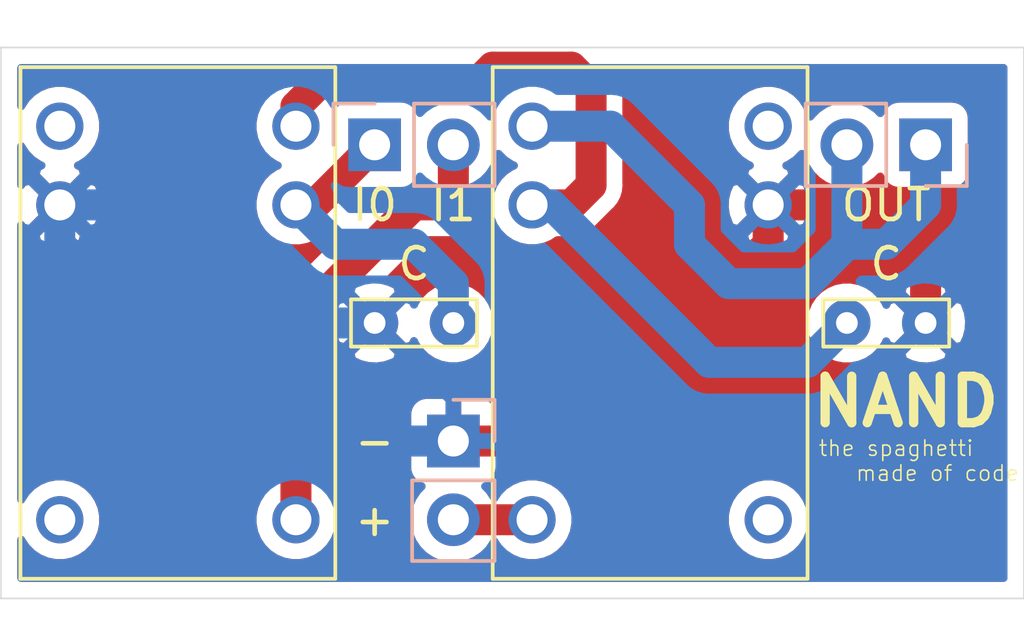
<source format=kicad_pcb>
(kicad_pcb (version 20171130) (host pcbnew "(5.1.6)-1")

  (general
    (thickness 1.6)
    (drawings 13)
    (tracks 46)
    (zones 0)
    (modules 7)
    (nets 11)
  )

  (page A4)
  (layers
    (0 F.Cu signal)
    (31 B.Cu signal)
    (32 B.Adhes user)
    (33 F.Adhes user)
    (34 B.Paste user)
    (35 F.Paste user)
    (36 B.SilkS user)
    (37 F.SilkS user)
    (38 B.Mask user)
    (39 F.Mask user)
    (40 Dwgs.User user)
    (41 Cmts.User user)
    (42 Eco1.User user)
    (43 Eco2.User user)
    (44 Edge.Cuts user)
    (45 Margin user)
    (46 B.CrtYd user)
    (47 F.CrtYd user)
    (48 B.Fab user)
    (49 F.Fab user)
  )

  (setup
    (last_trace_width 0.25)
    (user_trace_width 1)
    (trace_clearance 0.2)
    (zone_clearance 0.508)
    (zone_45_only no)
    (trace_min 0.2)
    (via_size 0.8)
    (via_drill 0.4)
    (via_min_size 0.4)
    (via_min_drill 0.3)
    (uvia_size 0.3)
    (uvia_drill 0.1)
    (uvias_allowed no)
    (uvia_min_size 0.2)
    (uvia_min_drill 0.1)
    (edge_width 0.05)
    (segment_width 0.2)
    (pcb_text_width 0.3)
    (pcb_text_size 1.5 1.5)
    (mod_edge_width 0.12)
    (mod_text_size 1 1)
    (mod_text_width 0.15)
    (pad_size 1.524 1.524)
    (pad_drill 0.762)
    (pad_to_mask_clearance 0.05)
    (aux_axis_origin 0 0)
    (visible_elements 7FFFFFFF)
    (pcbplotparams
      (layerselection 0x010fc_ffffffff)
      (usegerberextensions false)
      (usegerberattributes true)
      (usegerberadvancedattributes true)
      (creategerberjobfile true)
      (excludeedgelayer true)
      (linewidth 0.100000)
      (plotframeref false)
      (viasonmask false)
      (mode 1)
      (useauxorigin false)
      (hpglpennumber 1)
      (hpglpenspeed 20)
      (hpglpendiameter 15.000000)
      (psnegative false)
      (psa4output false)
      (plotreference true)
      (plotvalue true)
      (plotinvisibletext false)
      (padsonsilk false)
      (subtractmaskfromsilk false)
      (outputformat 1)
      (mirror false)
      (drillshape 1)
      (scaleselection 1)
      (outputdirectory ""))
  )

  (net 0 "")
  (net 1 "Net-(C1-Pad1)")
  (net 2 "Net-(C2-Pad2)")
  (net 3 "Net-(J1-Pad2)")
  (net 4 "Net-(J3-Pad1)")
  (net 5 "Net-(SPDT1-Pad5)")
  (net 6 "Net-(SPDT1-Pad1)")
  (net 7 "Net-(SPDT2-Pad2)")
  (net 8 "Net-(SPDT2-Pad6)")
  (net 9 GND)
  (net 10 +24V)

  (net_class Default "This is the default net class."
    (clearance 0.2)
    (trace_width 0.25)
    (via_dia 0.8)
    (via_drill 0.4)
    (uvia_dia 0.3)
    (uvia_drill 0.1)
    (add_net +24V)
    (add_net GND)
    (add_net "Net-(C1-Pad1)")
    (add_net "Net-(C2-Pad2)")
    (add_net "Net-(J1-Pad2)")
    (add_net "Net-(J3-Pad1)")
    (add_net "Net-(SPDT1-Pad1)")
    (add_net "Net-(SPDT1-Pad5)")
    (add_net "Net-(SPDT2-Pad2)")
    (add_net "Net-(SPDT2-Pad6)")
  )

  (module MiyakeFootprintLib:Condensor (layer F.Cu) (tedit 5ED1E7C6) (tstamp 5ED6883B)
    (at 106.68 54.61 180)
    (path /5ED92B44)
    (fp_text reference C1 (at 1.27 3.04) (layer F.Fab)
      (effects (font (size 1 1) (thickness 0.15)))
    )
    (fp_text value C (at 1.27 2.04) (layer F.Fab)
      (effects (font (size 1 1) (thickness 0.15)))
    )
    (fp_line (start -0.762 0.762) (end -0.762 -0.762) (layer F.SilkS) (width 0.12))
    (fp_line (start 3.302 0.762) (end -0.762 0.762) (layer F.SilkS) (width 0.12))
    (fp_line (start 3.302 -0.762) (end 3.302 0.762) (layer F.SilkS) (width 0.12))
    (fp_line (start -0.762 -0.762) (end 3.302 -0.762) (layer F.SilkS) (width 0.12))
    (pad 2 thru_hole circle (at 2.54 0 180) (size 1.524 1.524) (drill 0.7) (layers *.Cu *.Mask)
      (net 9 GND))
    (pad 1 thru_hole circle (at 0 0 180) (size 1.524 1.524) (drill 0.7) (layers *.Cu *.Mask)
      (net 1 "Net-(C1-Pad1)"))
  )

  (module MiyakeFootprintLib:Condensor (layer F.Cu) (tedit 5ED1E7C6) (tstamp 5ED68845)
    (at 121.92 54.61 180)
    (path /5ED9244B)
    (fp_text reference C2 (at 1.27 3.04) (layer F.Fab)
      (effects (font (size 1 1) (thickness 0.15)))
    )
    (fp_text value C (at 1.27 2.04) (layer F.Fab)
      (effects (font (size 1 1) (thickness 0.15)))
    )
    (fp_line (start -0.762 -0.762) (end 3.302 -0.762) (layer F.SilkS) (width 0.12))
    (fp_line (start 3.302 -0.762) (end 3.302 0.762) (layer F.SilkS) (width 0.12))
    (fp_line (start 3.302 0.762) (end -0.762 0.762) (layer F.SilkS) (width 0.12))
    (fp_line (start -0.762 0.762) (end -0.762 -0.762) (layer F.SilkS) (width 0.12))
    (pad 1 thru_hole circle (at 0 0 180) (size 1.524 1.524) (drill 0.7) (layers *.Cu *.Mask)
      (net 9 GND))
    (pad 2 thru_hole circle (at 2.54 0 180) (size 1.524 1.524) (drill 0.7) (layers *.Cu *.Mask)
      (net 2 "Net-(C2-Pad2)"))
  )

  (module Connector_PinHeader_2.54mm:PinHeader_1x02_P2.54mm_Vertical (layer B.Cu) (tedit 59FED5CC) (tstamp 5ED6885B)
    (at 104.14 48.86 270)
    (descr "Through hole straight pin header, 1x02, 2.54mm pitch, single row")
    (tags "Through hole pin header THT 1x02 2.54mm single row")
    (path /5ED8DDA6)
    (fp_text reference J1 (at 0 2.33 90) (layer B.Fab)
      (effects (font (size 1 1) (thickness 0.15)) (justify mirror))
    )
    (fp_text value Conn_01x02 (at 0 -4.87 90) (layer B.Fab)
      (effects (font (size 1 1) (thickness 0.15)) (justify mirror))
    )
    (fp_line (start -0.635 1.27) (end 1.27 1.27) (layer B.Fab) (width 0.1))
    (fp_line (start 1.27 1.27) (end 1.27 -3.81) (layer B.Fab) (width 0.1))
    (fp_line (start 1.27 -3.81) (end -1.27 -3.81) (layer B.Fab) (width 0.1))
    (fp_line (start -1.27 -3.81) (end -1.27 0.635) (layer B.Fab) (width 0.1))
    (fp_line (start -1.27 0.635) (end -0.635 1.27) (layer B.Fab) (width 0.1))
    (fp_line (start -1.33 -3.87) (end 1.33 -3.87) (layer B.SilkS) (width 0.12))
    (fp_line (start -1.33 -1.27) (end -1.33 -3.87) (layer B.SilkS) (width 0.12))
    (fp_line (start 1.33 -1.27) (end 1.33 -3.87) (layer B.SilkS) (width 0.12))
    (fp_line (start -1.33 -1.27) (end 1.33 -1.27) (layer B.SilkS) (width 0.12))
    (fp_line (start -1.33 0) (end -1.33 1.33) (layer B.SilkS) (width 0.12))
    (fp_line (start -1.33 1.33) (end 0 1.33) (layer B.SilkS) (width 0.12))
    (fp_line (start -1.8 1.8) (end -1.8 -4.35) (layer B.CrtYd) (width 0.05))
    (fp_line (start -1.8 -4.35) (end 1.8 -4.35) (layer B.CrtYd) (width 0.05))
    (fp_line (start 1.8 -4.35) (end 1.8 1.8) (layer B.CrtYd) (width 0.05))
    (fp_line (start 1.8 1.8) (end -1.8 1.8) (layer B.CrtYd) (width 0.05))
    (fp_text user %R (at 0 -1.27 180) (layer B.Fab)
      (effects (font (size 1 1) (thickness 0.15)) (justify mirror))
    )
    (pad 1 thru_hole rect (at 0 0 270) (size 1.7 1.7) (drill 1) (layers *.Cu *.Mask)
      (net 1 "Net-(C1-Pad1)"))
    (pad 2 thru_hole oval (at 0 -2.54 270) (size 1.7 1.7) (drill 1) (layers *.Cu *.Mask)
      (net 3 "Net-(J1-Pad2)"))
    (model ${KISYS3DMOD}/Connector_PinHeader_2.54mm.3dshapes/PinHeader_1x02_P2.54mm_Vertical.wrl
      (at (xyz 0 0 0))
      (scale (xyz 1 1 1))
      (rotate (xyz 0 0 0))
    )
  )

  (module Connector_PinHeader_2.54mm:PinHeader_1x02_P2.54mm_Vertical (layer B.Cu) (tedit 59FED5CC) (tstamp 5ED68871)
    (at 106.68 58.42 180)
    (descr "Through hole straight pin header, 1x02, 2.54mm pitch, single row")
    (tags "Through hole pin header THT 1x02 2.54mm single row")
    (path /5ED8FB42)
    (fp_text reference J2 (at 0 2.33) (layer B.Fab)
      (effects (font (size 1 1) (thickness 0.15)) (justify mirror))
    )
    (fp_text value Conn_01x02 (at 0 -4.87) (layer B.Fab)
      (effects (font (size 1 1) (thickness 0.15)) (justify mirror))
    )
    (fp_line (start -0.635 1.27) (end 1.27 1.27) (layer B.Fab) (width 0.1))
    (fp_line (start 1.27 1.27) (end 1.27 -3.81) (layer B.Fab) (width 0.1))
    (fp_line (start 1.27 -3.81) (end -1.27 -3.81) (layer B.Fab) (width 0.1))
    (fp_line (start -1.27 -3.81) (end -1.27 0.635) (layer B.Fab) (width 0.1))
    (fp_line (start -1.27 0.635) (end -0.635 1.27) (layer B.Fab) (width 0.1))
    (fp_line (start -1.33 -3.87) (end 1.33 -3.87) (layer B.SilkS) (width 0.12))
    (fp_line (start -1.33 -1.27) (end -1.33 -3.87) (layer B.SilkS) (width 0.12))
    (fp_line (start 1.33 -1.27) (end 1.33 -3.87) (layer B.SilkS) (width 0.12))
    (fp_line (start -1.33 -1.27) (end 1.33 -1.27) (layer B.SilkS) (width 0.12))
    (fp_line (start -1.33 0) (end -1.33 1.33) (layer B.SilkS) (width 0.12))
    (fp_line (start -1.33 1.33) (end 0 1.33) (layer B.SilkS) (width 0.12))
    (fp_line (start -1.8 1.8) (end -1.8 -4.35) (layer B.CrtYd) (width 0.05))
    (fp_line (start -1.8 -4.35) (end 1.8 -4.35) (layer B.CrtYd) (width 0.05))
    (fp_line (start 1.8 -4.35) (end 1.8 1.8) (layer B.CrtYd) (width 0.05))
    (fp_line (start 1.8 1.8) (end -1.8 1.8) (layer B.CrtYd) (width 0.05))
    (fp_text user %R (at 0 -1.27 270) (layer B.Fab)
      (effects (font (size 1 1) (thickness 0.15)) (justify mirror))
    )
    (pad 1 thru_hole rect (at 0 0 180) (size 1.7 1.7) (drill 1) (layers *.Cu *.Mask)
      (net 9 GND))
    (pad 2 thru_hole oval (at 0 -2.54 180) (size 1.7 1.7) (drill 1) (layers *.Cu *.Mask)
      (net 10 +24V))
    (model ${KISYS3DMOD}/Connector_PinHeader_2.54mm.3dshapes/PinHeader_1x02_P2.54mm_Vertical.wrl
      (at (xyz 0 0 0))
      (scale (xyz 1 1 1))
      (rotate (xyz 0 0 0))
    )
  )

  (module Connector_PinHeader_2.54mm:PinHeader_1x02_P2.54mm_Vertical (layer B.Cu) (tedit 59FED5CC) (tstamp 5ED68887)
    (at 121.92 48.86 90)
    (descr "Through hole straight pin header, 1x02, 2.54mm pitch, single row")
    (tags "Through hole pin header THT 1x02 2.54mm single row")
    (path /5ED8EE55)
    (fp_text reference J3 (at 0 2.33 90) (layer B.Fab)
      (effects (font (size 1 1) (thickness 0.15)) (justify mirror))
    )
    (fp_text value Conn_01x02 (at 0 -4.87 90) (layer B.Fab)
      (effects (font (size 1 1) (thickness 0.15)) (justify mirror))
    )
    (fp_line (start 1.8 1.8) (end -1.8 1.8) (layer B.CrtYd) (width 0.05))
    (fp_line (start 1.8 -4.35) (end 1.8 1.8) (layer B.CrtYd) (width 0.05))
    (fp_line (start -1.8 -4.35) (end 1.8 -4.35) (layer B.CrtYd) (width 0.05))
    (fp_line (start -1.8 1.8) (end -1.8 -4.35) (layer B.CrtYd) (width 0.05))
    (fp_line (start -1.33 1.33) (end 0 1.33) (layer B.SilkS) (width 0.12))
    (fp_line (start -1.33 0) (end -1.33 1.33) (layer B.SilkS) (width 0.12))
    (fp_line (start -1.33 -1.27) (end 1.33 -1.27) (layer B.SilkS) (width 0.12))
    (fp_line (start 1.33 -1.27) (end 1.33 -3.87) (layer B.SilkS) (width 0.12))
    (fp_line (start -1.33 -1.27) (end -1.33 -3.87) (layer B.SilkS) (width 0.12))
    (fp_line (start -1.33 -3.87) (end 1.33 -3.87) (layer B.SilkS) (width 0.12))
    (fp_line (start -1.27 0.635) (end -0.635 1.27) (layer B.Fab) (width 0.1))
    (fp_line (start -1.27 -3.81) (end -1.27 0.635) (layer B.Fab) (width 0.1))
    (fp_line (start 1.27 -3.81) (end -1.27 -3.81) (layer B.Fab) (width 0.1))
    (fp_line (start 1.27 1.27) (end 1.27 -3.81) (layer B.Fab) (width 0.1))
    (fp_line (start -0.635 1.27) (end 1.27 1.27) (layer B.Fab) (width 0.1))
    (fp_text user %R (at 0 -1.27 180) (layer B.Fab)
      (effects (font (size 1 1) (thickness 0.15)) (justify mirror))
    )
    (pad 2 thru_hole oval (at 0 -2.54 90) (size 1.7 1.7) (drill 1) (layers *.Cu *.Mask)
      (net 4 "Net-(J3-Pad1)"))
    (pad 1 thru_hole rect (at 0 0 90) (size 1.7 1.7) (drill 1) (layers *.Cu *.Mask)
      (net 4 "Net-(J3-Pad1)"))
    (model ${KISYS3DMOD}/Connector_PinHeader_2.54mm.3dshapes/PinHeader_1x02_P2.54mm_Vertical.wrl
      (at (xyz 0 0 0))
      (scale (xyz 1 1 1))
      (rotate (xyz 0 0 0))
    )
  )

  (module MiyakeFootprintLib:946H-1C-24D (layer F.Cu) (tedit 5ED07678) (tstamp 5ED68895)
    (at 99.06 53.34)
    (path /5ED8B7A7)
    (fp_text reference SPDT1 (at -2.54 0.635 -90) (layer F.Fab)
      (effects (font (size 1 1) (thickness 0.15)))
    )
    (fp_text value 946H-1C-24D (at -0.635 0.635 -90) (layer F.Fab)
      (effects (font (size 1 1) (thickness 0.15)))
    )
    (fp_line (start -6.35 9.525) (end -6.35 -6.985) (layer F.SilkS) (width 0.12))
    (fp_line (start 3.81 9.525) (end -6.35 9.525) (layer F.SilkS) (width 0.12))
    (fp_line (start 3.81 -6.985) (end 3.81 9.525) (layer F.SilkS) (width 0.12))
    (fp_line (start -6.35 -6.985) (end 3.81 -6.985) (layer F.SilkS) (width 0.12))
    (pad 6 thru_hole circle (at 2.54 7.62) (size 1.524 1.524) (drill 1) (layers *.Cu *.Mask)
      (net 3 "Net-(J1-Pad2)"))
    (pad 5 thru_hole circle (at -5.08 7.62) (size 1.524 1.524) (drill 1) (layers *.Cu *.Mask)
      (net 5 "Net-(SPDT1-Pad5)"))
    (pad 4 thru_hole circle (at -5.08 -2.54) (size 1.524 1.524) (drill 1) (layers *.Cu *.Mask)
      (net 9 GND))
    (pad 3 thru_hole circle (at 2.54 -2.54) (size 1.524 1.524) (drill 1) (layers *.Cu *.Mask)
      (net 1 "Net-(C1-Pad1)"))
    (pad 2 thru_hole circle (at 2.54 -5.08) (size 1.524 1.524) (drill 1) (layers *.Cu *.Mask)
      (net 2 "Net-(C2-Pad2)"))
    (pad 1 thru_hole circle (at -5.08 -5.08) (size 1.524 1.524) (drill 1) (layers *.Cu *.Mask)
      (net 6 "Net-(SPDT1-Pad1)"))
  )

  (module MiyakeFootprintLib:946H-1C-24D (layer F.Cu) (tedit 5ED07678) (tstamp 5ED688A3)
    (at 114.3 53.34)
    (path /5ED8BE6F)
    (fp_text reference SPDT2 (at -2.54 0.635 -90) (layer F.Fab)
      (effects (font (size 1 1) (thickness 0.15)))
    )
    (fp_text value 946H-1C-24D (at -0.635 0.635 -90) (layer F.Fab)
      (effects (font (size 1 1) (thickness 0.15)))
    )
    (fp_line (start -6.35 -6.985) (end 3.81 -6.985) (layer F.SilkS) (width 0.12))
    (fp_line (start 3.81 -6.985) (end 3.81 9.525) (layer F.SilkS) (width 0.12))
    (fp_line (start 3.81 9.525) (end -6.35 9.525) (layer F.SilkS) (width 0.12))
    (fp_line (start -6.35 9.525) (end -6.35 -6.985) (layer F.SilkS) (width 0.12))
    (pad 1 thru_hole circle (at -5.08 -5.08) (size 1.524 1.524) (drill 1) (layers *.Cu *.Mask)
      (net 4 "Net-(J3-Pad1)"))
    (pad 2 thru_hole circle (at 2.54 -5.08) (size 1.524 1.524) (drill 1) (layers *.Cu *.Mask)
      (net 7 "Net-(SPDT2-Pad2)"))
    (pad 3 thru_hole circle (at 2.54 -2.54) (size 1.524 1.524) (drill 1) (layers *.Cu *.Mask)
      (net 9 GND))
    (pad 4 thru_hole circle (at -5.08 -2.54) (size 1.524 1.524) (drill 1) (layers *.Cu *.Mask)
      (net 2 "Net-(C2-Pad2)"))
    (pad 5 thru_hole circle (at -5.08 7.62) (size 1.524 1.524) (drill 1) (layers *.Cu *.Mask)
      (net 10 +24V))
    (pad 6 thru_hole circle (at 2.54 7.62) (size 1.524 1.524) (drill 1) (layers *.Cu *.Mask)
      (net 8 "Net-(SPDT2-Pad6)"))
  )

  (gr_line (start 92.075 63.5) (end 92.075 45.72) (layer Edge.Cuts) (width 0.05) (tstamp 5ED68FC0))
  (gr_line (start 125.095 63.5) (end 92.075 63.5) (layer Edge.Cuts) (width 0.05))
  (gr_line (start 125.095 45.72) (end 125.095 63.5) (layer Edge.Cuts) (width 0.05))
  (gr_line (start 92.075 45.72) (end 125.095 45.72) (layer Edge.Cuts) (width 0.05))
  (gr_text + (at 104.14 60.96) (layer F.SilkS)
    (effects (font (size 1 1) (thickness 0.15)))
  )
  (gr_text - (at 104.14 58.42) (layer F.SilkS)
    (effects (font (size 1 1) (thickness 0.15)))
  )
  (gr_text OUT (at 120.65 50.8) (layer F.SilkS)
    (effects (font (size 1 1) (thickness 0.15)))
  )
  (gr_text C (at 120.65 52.705) (layer F.SilkS)
    (effects (font (size 1 1) (thickness 0.15)))
  )
  (gr_text C (at 105.41 52.705) (layer F.SilkS)
    (effects (font (size 1 1) (thickness 0.15)))
  )
  (gr_text I1 (at 106.68 50.8) (layer F.SilkS)
    (effects (font (size 1 1) (thickness 0.15)))
  )
  (gr_text I0 (at 104.14 50.8) (layer F.SilkS)
    (effects (font (size 1 1) (thickness 0.15)))
  )
  (gr_text "the spaghetti \n      made of code" (at 121.158 59.055) (layer F.SilkS)
    (effects (font (size 0.5 0.5) (thickness 0.05)))
  )
  (gr_text NAND (at 121.285 57.15) (layer F.SilkS)
    (effects (font (size 1.5 1.5) (thickness 0.3)))
  )

  (segment (start 102.2 50.8) (end 104.14 48.86) (width 1) (layer F.Cu) (net 1))
  (segment (start 101.6 50.8) (end 102.2 50.8) (width 1) (layer F.Cu) (net 1))
  (segment (start 106.68 54.61) (end 106.68 53.34) (width 1) (layer B.Cu) (net 1))
  (segment (start 106.68 53.34) (end 105.41 52.07) (width 1) (layer B.Cu) (net 1))
  (segment (start 102.87 52.07) (end 101.6 50.8) (width 1) (layer B.Cu) (net 1))
  (segment (start 105.41 52.07) (end 102.87 52.07) (width 1) (layer B.Cu) (net 1))
  (segment (start 119.38 54.61) (end 118.11 55.88) (width 1) (layer B.Cu) (net 2))
  (segment (start 118.11 55.88) (end 114.935 55.88) (width 1) (layer B.Cu) (net 2))
  (segment (start 109.855 50.8) (end 109.22 50.8) (width 1) (layer B.Cu) (net 2))
  (segment (start 114.935 55.88) (end 109.855 50.8) (width 1) (layer B.Cu) (net 2))
  (segment (start 101.6 48.26) (end 101.6 47.625) (width 1) (layer F.Cu) (net 2))
  (segment (start 102.427001 46.797999) (end 107.507001 46.797999) (width 1) (layer F.Cu) (net 2))
  (segment (start 101.6 47.625) (end 102.427001 46.797999) (width 1) (layer F.Cu) (net 2))
  (segment (start 107.507001 46.797999) (end 107.95 46.355) (width 1) (layer F.Cu) (net 2))
  (segment (start 107.95 46.355) (end 110.49 46.355) (width 1) (layer F.Cu) (net 2))
  (segment (start 110.49 46.355) (end 111.125 46.99) (width 1) (layer F.Cu) (net 2))
  (segment (start 111.125 46.99) (end 111.125 50.165) (width 1) (layer F.Cu) (net 2))
  (segment (start 111.125 50.165) (end 110.49 50.8) (width 1) (layer F.Cu) (net 2))
  (segment (start 110.49 50.8) (end 109.22 50.8) (width 1) (layer F.Cu) (net 2))
  (segment (start 101.6 54.61) (end 101.6 60.96) (width 1) (layer F.Cu) (net 3))
  (segment (start 105.41 50.8) (end 101.6 54.61) (width 1) (layer F.Cu) (net 3))
  (segment (start 106.68 48.86) (end 106.68 50.8) (width 1) (layer F.Cu) (net 3))
  (segment (start 106.68 50.8) (end 105.41 50.8) (width 1) (layer F.Cu) (net 3))
  (segment (start 109.22 48.26) (end 111.76 48.26) (width 1) (layer B.Cu) (net 4))
  (segment (start 111.76 48.26) (end 114.3 50.8) (width 1) (layer B.Cu) (net 4))
  (segment (start 114.3 50.8) (end 114.3 52.07) (width 1) (layer B.Cu) (net 4))
  (segment (start 114.3 52.07) (end 115.57 53.34) (width 1) (layer B.Cu) (net 4))
  (segment (start 115.57 53.34) (end 118.11 53.34) (width 1) (layer B.Cu) (net 4))
  (segment (start 119.38 52.07) (end 119.38 48.86) (width 1) (layer B.Cu) (net 4))
  (segment (start 118.11 53.34) (end 119.38 52.07) (width 1) (layer B.Cu) (net 4))
  (segment (start 119.38 52.07) (end 120.65 52.07) (width 1) (layer B.Cu) (net 4))
  (segment (start 121.92 50.8) (end 121.92 48.86) (width 1) (layer B.Cu) (net 4))
  (segment (start 120.65 52.07) (end 121.92 50.8) (width 1) (layer B.Cu) (net 4))
  (segment (start 106.68 58.42) (end 110.49 58.42) (width 1) (layer F.Cu) (net 9))
  (segment (start 116.84 52.07) (end 116.84 50.8) (width 1) (layer F.Cu) (net 9))
  (segment (start 110.49 58.42) (end 116.84 52.07) (width 1) (layer F.Cu) (net 9))
  (segment (start 106.68 58.42) (end 100.33 58.42) (width 1) (layer B.Cu) (net 9))
  (segment (start 93.98 52.07) (end 93.98 50.8) (width 1) (layer B.Cu) (net 9))
  (segment (start 100.33 58.42) (end 93.98 52.07) (width 1) (layer B.Cu) (net 9))
  (segment (start 121.92 54.61) (end 121.92 51.435) (width 1) (layer F.Cu) (net 9))
  (segment (start 121.285 50.8) (end 116.84 50.8) (width 1) (layer F.Cu) (net 9))
  (segment (start 121.92 51.435) (end 121.285 50.8) (width 1) (layer F.Cu) (net 9))
  (segment (start 104.14 54.61) (end 99.695 54.61) (width 1) (layer B.Cu) (net 9))
  (segment (start 95.885 50.8) (end 93.98 50.8) (width 1) (layer B.Cu) (net 9))
  (segment (start 99.695 54.61) (end 95.885 50.8) (width 1) (layer B.Cu) (net 9))
  (segment (start 106.68 60.96) (end 109.22 60.96) (width 1) (layer F.Cu) (net 10))

  (zone (net 9) (net_name GND) (layer F.Cu) (tstamp 0) (hatch edge 0.508)
    (connect_pads (clearance 0.508))
    (min_thickness 0.254)
    (fill yes (arc_segments 32) (thermal_gap 0.508) (thermal_bridge_width 0.508))
    (polygon
      (pts
        (xy 125.095 63.5) (xy 92.075 63.5) (xy 92.075 45.72) (xy 125.095 45.72)
      )
    )
    (filled_polygon
      (pts
        (xy 100.83686 46.783009) (xy 100.793552 46.818551) (xy 100.651717 46.991377) (xy 100.546324 47.188553) (xy 100.481423 47.402501)
        (xy 100.479455 47.422482) (xy 100.361995 47.598273) (xy 100.256686 47.85251) (xy 100.203 48.122408) (xy 100.203 48.397592)
        (xy 100.256686 48.66749) (xy 100.361995 48.921727) (xy 100.51488 49.150535) (xy 100.709465 49.34512) (xy 100.938273 49.498005)
        (xy 101.015515 49.53) (xy 100.938273 49.561995) (xy 100.709465 49.71488) (xy 100.51488 49.909465) (xy 100.361995 50.138273)
        (xy 100.256686 50.39251) (xy 100.203 50.662408) (xy 100.203 50.937592) (xy 100.256686 51.20749) (xy 100.361995 51.461727)
        (xy 100.51488 51.690535) (xy 100.709465 51.88512) (xy 100.938273 52.038005) (xy 101.19251 52.143314) (xy 101.462408 52.197)
        (xy 101.737592 52.197) (xy 102.00749 52.143314) (xy 102.261727 52.038005) (xy 102.4554 51.908596) (xy 102.636447 51.853676)
        (xy 102.833623 51.748284) (xy 102.961668 51.6432) (xy 100.836865 53.768004) (xy 100.793551 53.803551) (xy 100.651716 53.976377)
        (xy 100.564233 54.140048) (xy 100.546324 54.173554) (xy 100.481423 54.387502) (xy 100.459509 54.61) (xy 100.465 54.665752)
        (xy 100.465001 60.144114) (xy 100.361995 60.298273) (xy 100.256686 60.55251) (xy 100.203 60.822408) (xy 100.203 61.097592)
        (xy 100.256686 61.36749) (xy 100.361995 61.621727) (xy 100.51488 61.850535) (xy 100.709465 62.04512) (xy 100.938273 62.198005)
        (xy 101.19251 62.303314) (xy 101.462408 62.357) (xy 101.737592 62.357) (xy 102.00749 62.303314) (xy 102.261727 62.198005)
        (xy 102.490535 62.04512) (xy 102.68512 61.850535) (xy 102.838005 61.621727) (xy 102.943314 61.36749) (xy 102.997 61.097592)
        (xy 102.997 60.822408) (xy 102.943314 60.55251) (xy 102.838005 60.298273) (xy 102.735 60.144116) (xy 102.735 59.27)
        (xy 105.191928 59.27) (xy 105.204188 59.394482) (xy 105.240498 59.51418) (xy 105.299463 59.624494) (xy 105.378815 59.721185)
        (xy 105.475506 59.800537) (xy 105.58582 59.859502) (xy 105.65838 59.881513) (xy 105.526525 60.013368) (xy 105.36401 60.256589)
        (xy 105.252068 60.526842) (xy 105.195 60.81374) (xy 105.195 61.10626) (xy 105.252068 61.393158) (xy 105.36401 61.663411)
        (xy 105.526525 61.906632) (xy 105.733368 62.113475) (xy 105.976589 62.27599) (xy 106.246842 62.387932) (xy 106.53374 62.445)
        (xy 106.82626 62.445) (xy 107.113158 62.387932) (xy 107.383411 62.27599) (xy 107.626632 62.113475) (xy 107.645107 62.095)
        (xy 108.404116 62.095) (xy 108.558273 62.198005) (xy 108.81251 62.303314) (xy 109.082408 62.357) (xy 109.357592 62.357)
        (xy 109.62749 62.303314) (xy 109.881727 62.198005) (xy 110.110535 62.04512) (xy 110.30512 61.850535) (xy 110.458005 61.621727)
        (xy 110.563314 61.36749) (xy 110.617 61.097592) (xy 110.617 60.822408) (xy 115.443 60.822408) (xy 115.443 61.097592)
        (xy 115.496686 61.36749) (xy 115.601995 61.621727) (xy 115.75488 61.850535) (xy 115.949465 62.04512) (xy 116.178273 62.198005)
        (xy 116.43251 62.303314) (xy 116.702408 62.357) (xy 116.977592 62.357) (xy 117.24749 62.303314) (xy 117.501727 62.198005)
        (xy 117.730535 62.04512) (xy 117.92512 61.850535) (xy 118.078005 61.621727) (xy 118.183314 61.36749) (xy 118.237 61.097592)
        (xy 118.237 60.822408) (xy 118.183314 60.55251) (xy 118.078005 60.298273) (xy 117.92512 60.069465) (xy 117.730535 59.87488)
        (xy 117.501727 59.721995) (xy 117.24749 59.616686) (xy 116.977592 59.563) (xy 116.702408 59.563) (xy 116.43251 59.616686)
        (xy 116.178273 59.721995) (xy 115.949465 59.87488) (xy 115.75488 60.069465) (xy 115.601995 60.298273) (xy 115.496686 60.55251)
        (xy 115.443 60.822408) (xy 110.617 60.822408) (xy 110.563314 60.55251) (xy 110.458005 60.298273) (xy 110.30512 60.069465)
        (xy 110.110535 59.87488) (xy 109.881727 59.721995) (xy 109.62749 59.616686) (xy 109.357592 59.563) (xy 109.082408 59.563)
        (xy 108.81251 59.616686) (xy 108.558273 59.721995) (xy 108.404116 59.825) (xy 107.838728 59.825) (xy 107.884494 59.800537)
        (xy 107.981185 59.721185) (xy 108.060537 59.624494) (xy 108.119502 59.51418) (xy 108.155812 59.394482) (xy 108.168072 59.27)
        (xy 108.165 58.70575) (xy 108.00625 58.547) (xy 106.807 58.547) (xy 106.807 58.567) (xy 106.553 58.567)
        (xy 106.553 58.547) (xy 105.35375 58.547) (xy 105.195 58.70575) (xy 105.191928 59.27) (xy 102.735 59.27)
        (xy 102.735 57.57) (xy 105.191928 57.57) (xy 105.195 58.13425) (xy 105.35375 58.293) (xy 106.553 58.293)
        (xy 106.553 57.09375) (xy 106.807 57.09375) (xy 106.807 58.293) (xy 108.00625 58.293) (xy 108.165 58.13425)
        (xy 108.168072 57.57) (xy 108.155812 57.445518) (xy 108.119502 57.32582) (xy 108.060537 57.215506) (xy 107.981185 57.118815)
        (xy 107.884494 57.039463) (xy 107.77418 56.980498) (xy 107.654482 56.944188) (xy 107.53 56.931928) (xy 106.96575 56.935)
        (xy 106.807 57.09375) (xy 106.553 57.09375) (xy 106.39425 56.935) (xy 105.83 56.931928) (xy 105.705518 56.944188)
        (xy 105.58582 56.980498) (xy 105.475506 57.039463) (xy 105.378815 57.118815) (xy 105.299463 57.215506) (xy 105.240498 57.32582)
        (xy 105.204188 57.445518) (xy 105.191928 57.57) (xy 102.735 57.57) (xy 102.735 55.575565) (xy 103.35404 55.575565)
        (xy 103.42102 55.815656) (xy 103.670048 55.932756) (xy 103.937135 55.999023) (xy 104.212017 56.01191) (xy 104.484133 55.970922)
        (xy 104.743023 55.877636) (xy 104.85898 55.815656) (xy 104.92596 55.575565) (xy 104.14 54.789605) (xy 103.35404 55.575565)
        (xy 102.735 55.575565) (xy 102.735 55.080131) (xy 102.800777 55.014354) (xy 102.872364 55.213023) (xy 102.934344 55.32898)
        (xy 103.174435 55.39596) (xy 103.960395 54.61) (xy 104.319605 54.61) (xy 105.105565 55.39596) (xy 105.345656 55.32898)
        (xy 105.409485 55.19324) (xy 105.441995 55.271727) (xy 105.59488 55.500535) (xy 105.789465 55.69512) (xy 106.018273 55.848005)
        (xy 106.27251 55.953314) (xy 106.542408 56.007) (xy 106.817592 56.007) (xy 107.08749 55.953314) (xy 107.341727 55.848005)
        (xy 107.570535 55.69512) (xy 107.76512 55.500535) (xy 107.918005 55.271727) (xy 108.023314 55.01749) (xy 108.077 54.747592)
        (xy 108.077 54.472408) (xy 117.983 54.472408) (xy 117.983 54.747592) (xy 118.036686 55.01749) (xy 118.141995 55.271727)
        (xy 118.29488 55.500535) (xy 118.489465 55.69512) (xy 118.718273 55.848005) (xy 118.97251 55.953314) (xy 119.242408 56.007)
        (xy 119.517592 56.007) (xy 119.78749 55.953314) (xy 120.041727 55.848005) (xy 120.270535 55.69512) (xy 120.39009 55.575565)
        (xy 121.13404 55.575565) (xy 121.20102 55.815656) (xy 121.450048 55.932756) (xy 121.717135 55.999023) (xy 121.992017 56.01191)
        (xy 122.264133 55.970922) (xy 122.523023 55.877636) (xy 122.63898 55.815656) (xy 122.70596 55.575565) (xy 121.92 54.789605)
        (xy 121.13404 55.575565) (xy 120.39009 55.575565) (xy 120.46512 55.500535) (xy 120.618005 55.271727) (xy 120.647692 55.200057)
        (xy 120.652364 55.213023) (xy 120.714344 55.32898) (xy 120.954435 55.39596) (xy 121.740395 54.61) (xy 122.099605 54.61)
        (xy 122.885565 55.39596) (xy 123.125656 55.32898) (xy 123.242756 55.079952) (xy 123.309023 54.812865) (xy 123.32191 54.537983)
        (xy 123.280922 54.265867) (xy 123.187636 54.006977) (xy 123.125656 53.89102) (xy 122.885565 53.82404) (xy 122.099605 54.61)
        (xy 121.740395 54.61) (xy 120.954435 53.82404) (xy 120.714344 53.89102) (xy 120.650515 54.02676) (xy 120.618005 53.948273)
        (xy 120.46512 53.719465) (xy 120.39009 53.644435) (xy 121.13404 53.644435) (xy 121.92 54.430395) (xy 122.70596 53.644435)
        (xy 122.63898 53.404344) (xy 122.389952 53.287244) (xy 122.122865 53.220977) (xy 121.847983 53.20809) (xy 121.575867 53.249078)
        (xy 121.316977 53.342364) (xy 121.20102 53.404344) (xy 121.13404 53.644435) (xy 120.39009 53.644435) (xy 120.270535 53.52488)
        (xy 120.041727 53.371995) (xy 119.78749 53.266686) (xy 119.517592 53.213) (xy 119.242408 53.213) (xy 118.97251 53.266686)
        (xy 118.718273 53.371995) (xy 118.489465 53.52488) (xy 118.29488 53.719465) (xy 118.141995 53.948273) (xy 118.036686 54.20251)
        (xy 117.983 54.472408) (xy 108.077 54.472408) (xy 108.023314 54.20251) (xy 107.918005 53.948273) (xy 107.76512 53.719465)
        (xy 107.570535 53.52488) (xy 107.341727 53.371995) (xy 107.08749 53.266686) (xy 106.817592 53.213) (xy 106.542408 53.213)
        (xy 106.27251 53.266686) (xy 106.018273 53.371995) (xy 105.789465 53.52488) (xy 105.59488 53.719465) (xy 105.441995 53.948273)
        (xy 105.412308 54.019943) (xy 105.407636 54.006977) (xy 105.345656 53.89102) (xy 105.105565 53.82404) (xy 104.319605 54.61)
        (xy 103.960395 54.61) (xy 103.946253 54.595858) (xy 104.125858 54.416253) (xy 104.14 54.430395) (xy 104.92596 53.644435)
        (xy 104.85898 53.404344) (xy 104.609952 53.287244) (xy 104.544201 53.270931) (xy 105.880133 51.935) (xy 106.624249 51.935)
        (xy 106.68 51.940491) (xy 106.902499 51.918577) (xy 107.116447 51.853676) (xy 107.313623 51.748284) (xy 107.486449 51.606449)
        (xy 107.628284 51.433623) (xy 107.733676 51.236447) (xy 107.798577 51.022499) (xy 107.815 50.855752) (xy 107.820491 50.8)
        (xy 107.815 50.744248) (xy 107.815 49.825107) (xy 107.833475 49.806632) (xy 107.99599 49.563411) (xy 108.107932 49.293158)
        (xy 108.136066 49.151721) (xy 108.329465 49.34512) (xy 108.558273 49.498005) (xy 108.635515 49.53) (xy 108.558273 49.561995)
        (xy 108.329465 49.71488) (xy 108.13488 49.909465) (xy 107.981995 50.138273) (xy 107.876686 50.39251) (xy 107.823 50.662408)
        (xy 107.823 50.937592) (xy 107.876686 51.20749) (xy 107.981995 51.461727) (xy 108.13488 51.690535) (xy 108.329465 51.88512)
        (xy 108.558273 52.038005) (xy 108.81251 52.143314) (xy 109.082408 52.197) (xy 109.357592 52.197) (xy 109.62749 52.143314)
        (xy 109.881727 52.038005) (xy 110.035884 51.935) (xy 110.434249 51.935) (xy 110.49 51.940491) (xy 110.545751 51.935)
        (xy 110.545752 51.935) (xy 110.712499 51.918577) (xy 110.926447 51.853676) (xy 111.091292 51.765565) (xy 116.05404 51.765565)
        (xy 116.12102 52.005656) (xy 116.370048 52.122756) (xy 116.637135 52.189023) (xy 116.912017 52.20191) (xy 117.184133 52.160922)
        (xy 117.443023 52.067636) (xy 117.55898 52.005656) (xy 117.62596 51.765565) (xy 116.84 50.979605) (xy 116.05404 51.765565)
        (xy 111.091292 51.765565) (xy 111.123623 51.748284) (xy 111.296449 51.606449) (xy 111.331995 51.563136) (xy 111.88814 51.006992)
        (xy 111.931449 50.971449) (xy 112.01305 50.872017) (xy 115.43809 50.872017) (xy 115.479078 51.144133) (xy 115.572364 51.403023)
        (xy 115.634344 51.51898) (xy 115.874435 51.58596) (xy 116.660395 50.8) (xy 117.019605 50.8) (xy 117.805565 51.58596)
        (xy 118.045656 51.51898) (xy 118.162756 51.269952) (xy 118.229023 51.002865) (xy 118.24191 50.727983) (xy 118.200922 50.455867)
        (xy 118.107636 50.196977) (xy 118.045656 50.08102) (xy 117.805565 50.01404) (xy 117.019605 50.8) (xy 116.660395 50.8)
        (xy 115.874435 50.01404) (xy 115.634344 50.08102) (xy 115.517244 50.330048) (xy 115.450977 50.597135) (xy 115.43809 50.872017)
        (xy 112.01305 50.872017) (xy 112.073284 50.798623) (xy 112.178676 50.601447) (xy 112.243577 50.387499) (xy 112.26 50.220752)
        (xy 112.265491 50.165) (xy 112.26 50.109248) (xy 112.26 48.122408) (xy 115.443 48.122408) (xy 115.443 48.397592)
        (xy 115.496686 48.66749) (xy 115.601995 48.921727) (xy 115.75488 49.150535) (xy 115.949465 49.34512) (xy 116.178273 49.498005)
        (xy 116.249943 49.527692) (xy 116.236977 49.532364) (xy 116.12102 49.594344) (xy 116.05404 49.834435) (xy 116.84 50.620395)
        (xy 117.62596 49.834435) (xy 117.55898 49.594344) (xy 117.42324 49.530515) (xy 117.501727 49.498005) (xy 117.730535 49.34512)
        (xy 117.923934 49.151721) (xy 117.952068 49.293158) (xy 118.06401 49.563411) (xy 118.226525 49.806632) (xy 118.433368 50.013475)
        (xy 118.676589 50.17599) (xy 118.946842 50.287932) (xy 119.23374 50.345) (xy 119.52626 50.345) (xy 119.813158 50.287932)
        (xy 120.083411 50.17599) (xy 120.326632 50.013475) (xy 120.458487 49.88162) (xy 120.480498 49.95418) (xy 120.539463 50.064494)
        (xy 120.618815 50.161185) (xy 120.715506 50.240537) (xy 120.82582 50.299502) (xy 120.945518 50.335812) (xy 121.07 50.348072)
        (xy 122.77 50.348072) (xy 122.894482 50.335812) (xy 123.01418 50.299502) (xy 123.124494 50.240537) (xy 123.221185 50.161185)
        (xy 123.300537 50.064494) (xy 123.359502 49.95418) (xy 123.395812 49.834482) (xy 123.408072 49.71) (xy 123.408072 48.01)
        (xy 123.395812 47.885518) (xy 123.359502 47.76582) (xy 123.300537 47.655506) (xy 123.221185 47.558815) (xy 123.124494 47.479463)
        (xy 123.01418 47.420498) (xy 122.894482 47.384188) (xy 122.77 47.371928) (xy 121.07 47.371928) (xy 120.945518 47.384188)
        (xy 120.82582 47.420498) (xy 120.715506 47.479463) (xy 120.618815 47.558815) (xy 120.539463 47.655506) (xy 120.480498 47.76582)
        (xy 120.458487 47.83838) (xy 120.326632 47.706525) (xy 120.083411 47.54401) (xy 119.813158 47.432068) (xy 119.52626 47.375)
        (xy 119.23374 47.375) (xy 118.946842 47.432068) (xy 118.676589 47.54401) (xy 118.433368 47.706525) (xy 118.226525 47.913368)
        (xy 118.202555 47.949242) (xy 118.183314 47.85251) (xy 118.078005 47.598273) (xy 117.92512 47.369465) (xy 117.730535 47.17488)
        (xy 117.501727 47.021995) (xy 117.24749 46.916686) (xy 116.977592 46.863) (xy 116.702408 46.863) (xy 116.43251 46.916686)
        (xy 116.178273 47.021995) (xy 115.949465 47.17488) (xy 115.75488 47.369465) (xy 115.601995 47.598273) (xy 115.496686 47.85251)
        (xy 115.443 48.122408) (xy 112.26 48.122408) (xy 112.26 47.045752) (xy 112.265491 46.99) (xy 112.243577 46.767501)
        (xy 112.178676 46.553553) (xy 112.085911 46.38) (xy 124.435 46.38) (xy 124.435001 62.84) (xy 92.735 62.84)
        (xy 92.735 61.60484) (xy 92.741995 61.621727) (xy 92.89488 61.850535) (xy 93.089465 62.04512) (xy 93.318273 62.198005)
        (xy 93.57251 62.303314) (xy 93.842408 62.357) (xy 94.117592 62.357) (xy 94.38749 62.303314) (xy 94.641727 62.198005)
        (xy 94.870535 62.04512) (xy 95.06512 61.850535) (xy 95.218005 61.621727) (xy 95.323314 61.36749) (xy 95.377 61.097592)
        (xy 95.377 60.822408) (xy 95.323314 60.55251) (xy 95.218005 60.298273) (xy 95.06512 60.069465) (xy 94.870535 59.87488)
        (xy 94.641727 59.721995) (xy 94.38749 59.616686) (xy 94.117592 59.563) (xy 93.842408 59.563) (xy 93.57251 59.616686)
        (xy 93.318273 59.721995) (xy 93.089465 59.87488) (xy 92.89488 60.069465) (xy 92.741995 60.298273) (xy 92.735 60.31516)
        (xy 92.735 51.765565) (xy 93.19404 51.765565) (xy 93.26102 52.005656) (xy 93.510048 52.122756) (xy 93.777135 52.189023)
        (xy 94.052017 52.20191) (xy 94.324133 52.160922) (xy 94.583023 52.067636) (xy 94.69898 52.005656) (xy 94.76596 51.765565)
        (xy 93.98 50.979605) (xy 93.19404 51.765565) (xy 92.735 51.765565) (xy 92.735 51.445372) (xy 92.774344 51.51898)
        (xy 93.014435 51.58596) (xy 93.800395 50.8) (xy 94.159605 50.8) (xy 94.945565 51.58596) (xy 95.185656 51.51898)
        (xy 95.302756 51.269952) (xy 95.369023 51.002865) (xy 95.38191 50.727983) (xy 95.340922 50.455867) (xy 95.247636 50.196977)
        (xy 95.185656 50.08102) (xy 94.945565 50.01404) (xy 94.159605 50.8) (xy 93.800395 50.8) (xy 93.014435 50.01404)
        (xy 92.774344 50.08102) (xy 92.735 50.16469) (xy 92.735 48.90484) (xy 92.741995 48.921727) (xy 92.89488 49.150535)
        (xy 93.089465 49.34512) (xy 93.318273 49.498005) (xy 93.389943 49.527692) (xy 93.376977 49.532364) (xy 93.26102 49.594344)
        (xy 93.19404 49.834435) (xy 93.98 50.620395) (xy 94.76596 49.834435) (xy 94.69898 49.594344) (xy 94.56324 49.530515)
        (xy 94.641727 49.498005) (xy 94.870535 49.34512) (xy 95.06512 49.150535) (xy 95.218005 48.921727) (xy 95.323314 48.66749)
        (xy 95.377 48.397592) (xy 95.377 48.122408) (xy 95.323314 47.85251) (xy 95.218005 47.598273) (xy 95.06512 47.369465)
        (xy 94.870535 47.17488) (xy 94.641727 47.021995) (xy 94.38749 46.916686) (xy 94.117592 46.863) (xy 93.842408 46.863)
        (xy 93.57251 46.916686) (xy 93.318273 47.021995) (xy 93.089465 47.17488) (xy 92.89488 47.369465) (xy 92.741995 47.598273)
        (xy 92.735 47.61516) (xy 92.735 46.38) (xy 101.239868 46.38)
      )
    )
  )
  (zone (net 9) (net_name GND) (layer B.Cu) (tstamp 0) (hatch edge 0.508)
    (connect_pads (clearance 0.508))
    (min_thickness 0.254)
    (fill yes (arc_segments 32) (thermal_gap 0.508) (thermal_bridge_width 0.508))
    (polygon
      (pts
        (xy 125.095 63.5) (xy 92.075 63.5) (xy 92.075 45.72) (xy 125.095 45.72)
      )
    )
    (filled_polygon
      (pts
        (xy 124.435001 62.84) (xy 92.735 62.84) (xy 92.735 61.60484) (xy 92.741995 61.621727) (xy 92.89488 61.850535)
        (xy 93.089465 62.04512) (xy 93.318273 62.198005) (xy 93.57251 62.303314) (xy 93.842408 62.357) (xy 94.117592 62.357)
        (xy 94.38749 62.303314) (xy 94.641727 62.198005) (xy 94.870535 62.04512) (xy 95.06512 61.850535) (xy 95.218005 61.621727)
        (xy 95.323314 61.36749) (xy 95.377 61.097592) (xy 95.377 60.822408) (xy 100.203 60.822408) (xy 100.203 61.097592)
        (xy 100.256686 61.36749) (xy 100.361995 61.621727) (xy 100.51488 61.850535) (xy 100.709465 62.04512) (xy 100.938273 62.198005)
        (xy 101.19251 62.303314) (xy 101.462408 62.357) (xy 101.737592 62.357) (xy 102.00749 62.303314) (xy 102.261727 62.198005)
        (xy 102.490535 62.04512) (xy 102.68512 61.850535) (xy 102.838005 61.621727) (xy 102.943314 61.36749) (xy 102.997 61.097592)
        (xy 102.997 60.822408) (xy 102.943314 60.55251) (xy 102.838005 60.298273) (xy 102.68512 60.069465) (xy 102.490535 59.87488)
        (xy 102.261727 59.721995) (xy 102.00749 59.616686) (xy 101.737592 59.563) (xy 101.462408 59.563) (xy 101.19251 59.616686)
        (xy 100.938273 59.721995) (xy 100.709465 59.87488) (xy 100.51488 60.069465) (xy 100.361995 60.298273) (xy 100.256686 60.55251)
        (xy 100.203 60.822408) (xy 95.377 60.822408) (xy 95.323314 60.55251) (xy 95.218005 60.298273) (xy 95.06512 60.069465)
        (xy 94.870535 59.87488) (xy 94.641727 59.721995) (xy 94.38749 59.616686) (xy 94.117592 59.563) (xy 93.842408 59.563)
        (xy 93.57251 59.616686) (xy 93.318273 59.721995) (xy 93.089465 59.87488) (xy 92.89488 60.069465) (xy 92.741995 60.298273)
        (xy 92.735 60.31516) (xy 92.735 59.27) (xy 105.191928 59.27) (xy 105.204188 59.394482) (xy 105.240498 59.51418)
        (xy 105.299463 59.624494) (xy 105.378815 59.721185) (xy 105.475506 59.800537) (xy 105.58582 59.859502) (xy 105.65838 59.881513)
        (xy 105.526525 60.013368) (xy 105.36401 60.256589) (xy 105.252068 60.526842) (xy 105.195 60.81374) (xy 105.195 61.10626)
        (xy 105.252068 61.393158) (xy 105.36401 61.663411) (xy 105.526525 61.906632) (xy 105.733368 62.113475) (xy 105.976589 62.27599)
        (xy 106.246842 62.387932) (xy 106.53374 62.445) (xy 106.82626 62.445) (xy 107.113158 62.387932) (xy 107.383411 62.27599)
        (xy 107.626632 62.113475) (xy 107.833475 61.906632) (xy 107.99599 61.663411) (xy 108.001293 61.650608) (xy 108.13488 61.850535)
        (xy 108.329465 62.04512) (xy 108.558273 62.198005) (xy 108.81251 62.303314) (xy 109.082408 62.357) (xy 109.357592 62.357)
        (xy 109.62749 62.303314) (xy 109.881727 62.198005) (xy 110.110535 62.04512) (xy 110.30512 61.850535) (xy 110.458005 61.621727)
        (xy 110.563314 61.36749) (xy 110.617 61.097592) (xy 110.617 60.822408) (xy 115.443 60.822408) (xy 115.443 61.097592)
        (xy 115.496686 61.36749) (xy 115.601995 61.621727) (xy 115.75488 61.850535) (xy 115.949465 62.04512) (xy 116.178273 62.198005)
        (xy 116.43251 62.303314) (xy 116.702408 62.357) (xy 116.977592 62.357) (xy 117.24749 62.303314) (xy 117.501727 62.198005)
        (xy 117.730535 62.04512) (xy 117.92512 61.850535) (xy 118.078005 61.621727) (xy 118.183314 61.36749) (xy 118.237 61.097592)
        (xy 118.237 60.822408) (xy 118.183314 60.55251) (xy 118.078005 60.298273) (xy 117.92512 60.069465) (xy 117.730535 59.87488)
        (xy 117.501727 59.721995) (xy 117.24749 59.616686) (xy 116.977592 59.563) (xy 116.702408 59.563) (xy 116.43251 59.616686)
        (xy 116.178273 59.721995) (xy 115.949465 59.87488) (xy 115.75488 60.069465) (xy 115.601995 60.298273) (xy 115.496686 60.55251)
        (xy 115.443 60.822408) (xy 110.617 60.822408) (xy 110.563314 60.55251) (xy 110.458005 60.298273) (xy 110.30512 60.069465)
        (xy 110.110535 59.87488) (xy 109.881727 59.721995) (xy 109.62749 59.616686) (xy 109.357592 59.563) (xy 109.082408 59.563)
        (xy 108.81251 59.616686) (xy 108.558273 59.721995) (xy 108.329465 59.87488) (xy 108.13488 60.069465) (xy 108.001293 60.269392)
        (xy 107.99599 60.256589) (xy 107.833475 60.013368) (xy 107.70162 59.881513) (xy 107.77418 59.859502) (xy 107.884494 59.800537)
        (xy 107.981185 59.721185) (xy 108.060537 59.624494) (xy 108.119502 59.51418) (xy 108.155812 59.394482) (xy 108.168072 59.27)
        (xy 108.165 58.70575) (xy 108.00625 58.547) (xy 106.807 58.547) (xy 106.807 58.567) (xy 106.553 58.567)
        (xy 106.553 58.547) (xy 105.35375 58.547) (xy 105.195 58.70575) (xy 105.191928 59.27) (xy 92.735 59.27)
        (xy 92.735 57.57) (xy 105.191928 57.57) (xy 105.195 58.13425) (xy 105.35375 58.293) (xy 106.553 58.293)
        (xy 106.553 57.09375) (xy 106.807 57.09375) (xy 106.807 58.293) (xy 108.00625 58.293) (xy 108.165 58.13425)
        (xy 108.168072 57.57) (xy 108.155812 57.445518) (xy 108.119502 57.32582) (xy 108.060537 57.215506) (xy 107.981185 57.118815)
        (xy 107.884494 57.039463) (xy 107.77418 56.980498) (xy 107.654482 56.944188) (xy 107.53 56.931928) (xy 106.96575 56.935)
        (xy 106.807 57.09375) (xy 106.553 57.09375) (xy 106.39425 56.935) (xy 105.83 56.931928) (xy 105.705518 56.944188)
        (xy 105.58582 56.980498) (xy 105.475506 57.039463) (xy 105.378815 57.118815) (xy 105.299463 57.215506) (xy 105.240498 57.32582)
        (xy 105.204188 57.445518) (xy 105.191928 57.57) (xy 92.735 57.57) (xy 92.735 55.575565) (xy 103.35404 55.575565)
        (xy 103.42102 55.815656) (xy 103.670048 55.932756) (xy 103.937135 55.999023) (xy 104.212017 56.01191) (xy 104.484133 55.970922)
        (xy 104.743023 55.877636) (xy 104.85898 55.815656) (xy 104.92596 55.575565) (xy 104.14 54.789605) (xy 103.35404 55.575565)
        (xy 92.735 55.575565) (xy 92.735 54.682017) (xy 102.73809 54.682017) (xy 102.779078 54.954133) (xy 102.872364 55.213023)
        (xy 102.934344 55.32898) (xy 103.174435 55.39596) (xy 103.960395 54.61) (xy 103.174435 53.82404) (xy 102.934344 53.89102)
        (xy 102.817244 54.140048) (xy 102.750977 54.407135) (xy 102.73809 54.682017) (xy 92.735 54.682017) (xy 92.735 53.644435)
        (xy 103.35404 53.644435) (xy 104.14 54.430395) (xy 104.92596 53.644435) (xy 104.85898 53.404344) (xy 104.609952 53.287244)
        (xy 104.342865 53.220977) (xy 104.067983 53.20809) (xy 103.795867 53.249078) (xy 103.536977 53.342364) (xy 103.42102 53.404344)
        (xy 103.35404 53.644435) (xy 92.735 53.644435) (xy 92.735 51.765565) (xy 93.19404 51.765565) (xy 93.26102 52.005656)
        (xy 93.510048 52.122756) (xy 93.777135 52.189023) (xy 94.052017 52.20191) (xy 94.324133 52.160922) (xy 94.583023 52.067636)
        (xy 94.69898 52.005656) (xy 94.76596 51.765565) (xy 93.98 50.979605) (xy 93.19404 51.765565) (xy 92.735 51.765565)
        (xy 92.735 51.445372) (xy 92.774344 51.51898) (xy 93.014435 51.58596) (xy 93.800395 50.8) (xy 94.159605 50.8)
        (xy 94.945565 51.58596) (xy 95.185656 51.51898) (xy 95.302756 51.269952) (xy 95.369023 51.002865) (xy 95.38191 50.727983)
        (xy 95.340922 50.455867) (xy 95.247636 50.196977) (xy 95.185656 50.08102) (xy 94.945565 50.01404) (xy 94.159605 50.8)
        (xy 93.800395 50.8) (xy 93.014435 50.01404) (xy 92.774344 50.08102) (xy 92.735 50.16469) (xy 92.735 48.90484)
        (xy 92.741995 48.921727) (xy 92.89488 49.150535) (xy 93.089465 49.34512) (xy 93.318273 49.498005) (xy 93.389943 49.527692)
        (xy 93.376977 49.532364) (xy 93.26102 49.594344) (xy 93.19404 49.834435) (xy 93.98 50.620395) (xy 94.76596 49.834435)
        (xy 94.69898 49.594344) (xy 94.56324 49.530515) (xy 94.641727 49.498005) (xy 94.870535 49.34512) (xy 95.06512 49.150535)
        (xy 95.218005 48.921727) (xy 95.323314 48.66749) (xy 95.377 48.397592) (xy 95.377 48.122408) (xy 100.203 48.122408)
        (xy 100.203 48.397592) (xy 100.256686 48.66749) (xy 100.361995 48.921727) (xy 100.51488 49.150535) (xy 100.709465 49.34512)
        (xy 100.938273 49.498005) (xy 101.015515 49.53) (xy 100.938273 49.561995) (xy 100.709465 49.71488) (xy 100.51488 49.909465)
        (xy 100.361995 50.138273) (xy 100.256686 50.39251) (xy 100.203 50.662408) (xy 100.203 50.937592) (xy 100.256686 51.20749)
        (xy 100.361995 51.461727) (xy 100.51488 51.690535) (xy 100.709465 51.88512) (xy 100.938273 52.038005) (xy 101.19251 52.143314)
        (xy 101.374353 52.179485) (xy 102.028008 52.83314) (xy 102.063551 52.876449) (xy 102.236377 53.018284) (xy 102.433553 53.123676)
        (xy 102.597705 53.173471) (xy 102.6475 53.188577) (xy 102.668493 53.190644) (xy 102.814248 53.205) (xy 102.814255 53.205)
        (xy 102.869999 53.21049) (xy 102.925743 53.205) (xy 104.939869 53.205) (xy 105.538585 53.803717) (xy 105.441995 53.948273)
        (xy 105.412308 54.019943) (xy 105.407636 54.006977) (xy 105.345656 53.89102) (xy 105.105565 53.82404) (xy 104.319605 54.61)
        (xy 105.105565 55.39596) (xy 105.345656 55.32898) (xy 105.409485 55.19324) (xy 105.441995 55.271727) (xy 105.59488 55.500535)
        (xy 105.789465 55.69512) (xy 106.018273 55.848005) (xy 106.27251 55.953314) (xy 106.542408 56.007) (xy 106.817592 56.007)
        (xy 107.08749 55.953314) (xy 107.341727 55.848005) (xy 107.570535 55.69512) (xy 107.76512 55.500535) (xy 107.918005 55.271727)
        (xy 108.023314 55.01749) (xy 108.077 54.747592) (xy 108.077 54.472408) (xy 108.023314 54.20251) (xy 107.918005 53.948273)
        (xy 107.815 53.794116) (xy 107.815 53.395743) (xy 107.82049 53.339999) (xy 107.815 53.284255) (xy 107.815 53.284248)
        (xy 107.798577 53.117501) (xy 107.733676 52.903553) (xy 107.628284 52.706377) (xy 107.486449 52.533551) (xy 107.44314 52.498008)
        (xy 106.251996 51.306865) (xy 106.216449 51.263551) (xy 106.043623 51.121716) (xy 105.846447 51.016324) (xy 105.632499 50.951423)
        (xy 105.465752 50.935) (xy 105.465751 50.935) (xy 105.41 50.929509) (xy 105.354249 50.935) (xy 103.340132 50.935)
        (xy 102.979485 50.574353) (xy 102.943314 50.39251) (xy 102.851966 50.171978) (xy 102.935506 50.240537) (xy 103.04582 50.299502)
        (xy 103.165518 50.335812) (xy 103.29 50.348072) (xy 104.99 50.348072) (xy 105.114482 50.335812) (xy 105.23418 50.299502)
        (xy 105.344494 50.240537) (xy 105.441185 50.161185) (xy 105.520537 50.064494) (xy 105.579502 49.95418) (xy 105.601513 49.88162)
        (xy 105.733368 50.013475) (xy 105.976589 50.17599) (xy 106.246842 50.287932) (xy 106.53374 50.345) (xy 106.82626 50.345)
        (xy 107.113158 50.287932) (xy 107.383411 50.17599) (xy 107.626632 50.013475) (xy 107.833475 49.806632) (xy 107.99599 49.563411)
        (xy 108.107932 49.293158) (xy 108.136066 49.151721) (xy 108.329465 49.34512) (xy 108.558273 49.498005) (xy 108.635515 49.53)
        (xy 108.558273 49.561995) (xy 108.329465 49.71488) (xy 108.13488 49.909465) (xy 107.981995 50.138273) (xy 107.876686 50.39251)
        (xy 107.823 50.662408) (xy 107.823 50.937592) (xy 107.876686 51.20749) (xy 107.981995 51.461727) (xy 108.13488 51.690535)
        (xy 108.329465 51.88512) (xy 108.558273 52.038005) (xy 108.81251 52.143314) (xy 109.082408 52.197) (xy 109.357592 52.197)
        (xy 109.598875 52.149006) (xy 114.093009 56.643141) (xy 114.128551 56.686449) (xy 114.301376 56.828283) (xy 114.301377 56.828284)
        (xy 114.498553 56.933676) (xy 114.712501 56.998577) (xy 114.935 57.020491) (xy 114.990751 57.015) (xy 118.054249 57.015)
        (xy 118.11 57.020491) (xy 118.165751 57.015) (xy 118.165752 57.015) (xy 118.332499 56.998577) (xy 118.546447 56.933676)
        (xy 118.743623 56.828284) (xy 118.916449 56.686449) (xy 118.951996 56.643135) (xy 119.605647 55.989485) (xy 119.78749 55.953314)
        (xy 120.041727 55.848005) (xy 120.270535 55.69512) (xy 120.39009 55.575565) (xy 121.13404 55.575565) (xy 121.20102 55.815656)
        (xy 121.450048 55.932756) (xy 121.717135 55.999023) (xy 121.992017 56.01191) (xy 122.264133 55.970922) (xy 122.523023 55.877636)
        (xy 122.63898 55.815656) (xy 122.70596 55.575565) (xy 121.92 54.789605) (xy 121.13404 55.575565) (xy 120.39009 55.575565)
        (xy 120.46512 55.500535) (xy 120.618005 55.271727) (xy 120.647692 55.200057) (xy 120.652364 55.213023) (xy 120.714344 55.32898)
        (xy 120.954435 55.39596) (xy 121.740395 54.61) (xy 122.099605 54.61) (xy 122.885565 55.39596) (xy 123.125656 55.32898)
        (xy 123.242756 55.079952) (xy 123.309023 54.812865) (xy 123.32191 54.537983) (xy 123.280922 54.265867) (xy 123.187636 54.006977)
        (xy 123.125656 53.89102) (xy 122.885565 53.82404) (xy 122.099605 54.61) (xy 121.740395 54.61) (xy 120.954435 53.82404)
        (xy 120.714344 53.89102) (xy 120.650515 54.02676) (xy 120.618005 53.948273) (xy 120.46512 53.719465) (xy 120.39009 53.644435)
        (xy 121.13404 53.644435) (xy 121.92 54.430395) (xy 122.70596 53.644435) (xy 122.63898 53.404344) (xy 122.389952 53.287244)
        (xy 122.122865 53.220977) (xy 121.847983 53.20809) (xy 121.575867 53.249078) (xy 121.316977 53.342364) (xy 121.20102 53.404344)
        (xy 121.13404 53.644435) (xy 120.39009 53.644435) (xy 120.270535 53.52488) (xy 120.041727 53.371995) (xy 119.788166 53.266966)
        (xy 119.850132 53.205) (xy 120.594249 53.205) (xy 120.65 53.210491) (xy 120.705751 53.205) (xy 120.705752 53.205)
        (xy 120.872499 53.188577) (xy 121.086447 53.123676) (xy 121.283623 53.018284) (xy 121.456449 52.876449) (xy 121.491996 52.833135)
        (xy 122.68314 51.641992) (xy 122.726449 51.606449) (xy 122.868284 51.433623) (xy 122.973676 51.236447) (xy 123.038577 51.022499)
        (xy 123.055 50.855752) (xy 123.055 50.855745) (xy 123.06049 50.800001) (xy 123.055 50.744257) (xy 123.055 50.277683)
        (xy 123.124494 50.240537) (xy 123.221185 50.161185) (xy 123.300537 50.064494) (xy 123.359502 49.95418) (xy 123.395812 49.834482)
        (xy 123.408072 49.71) (xy 123.408072 48.01) (xy 123.395812 47.885518) (xy 123.359502 47.76582) (xy 123.300537 47.655506)
        (xy 123.221185 47.558815) (xy 123.124494 47.479463) (xy 123.01418 47.420498) (xy 122.894482 47.384188) (xy 122.77 47.371928)
        (xy 121.07 47.371928) (xy 120.945518 47.384188) (xy 120.82582 47.420498) (xy 120.715506 47.479463) (xy 120.618815 47.558815)
        (xy 120.539463 47.655506) (xy 120.480498 47.76582) (xy 120.458487 47.83838) (xy 120.326632 47.706525) (xy 120.083411 47.54401)
        (xy 119.813158 47.432068) (xy 119.52626 47.375) (xy 119.23374 47.375) (xy 118.946842 47.432068) (xy 118.676589 47.54401)
        (xy 118.433368 47.706525) (xy 118.226525 47.913368) (xy 118.202555 47.949242) (xy 118.183314 47.85251) (xy 118.078005 47.598273)
        (xy 117.92512 47.369465) (xy 117.730535 47.17488) (xy 117.501727 47.021995) (xy 117.24749 46.916686) (xy 116.977592 46.863)
        (xy 116.702408 46.863) (xy 116.43251 46.916686) (xy 116.178273 47.021995) (xy 115.949465 47.17488) (xy 115.75488 47.369465)
        (xy 115.601995 47.598273) (xy 115.496686 47.85251) (xy 115.443 48.122408) (xy 115.443 48.397592) (xy 115.496686 48.66749)
        (xy 115.601995 48.921727) (xy 115.75488 49.150535) (xy 115.949465 49.34512) (xy 116.178273 49.498005) (xy 116.249943 49.527692)
        (xy 116.236977 49.532364) (xy 116.12102 49.594344) (xy 116.05404 49.834435) (xy 116.84 50.620395) (xy 117.62596 49.834435)
        (xy 117.55898 49.594344) (xy 117.42324 49.530515) (xy 117.501727 49.498005) (xy 117.730535 49.34512) (xy 117.923934 49.151721)
        (xy 117.952068 49.293158) (xy 118.06401 49.563411) (xy 118.226525 49.806632) (xy 118.245001 49.825108) (xy 118.245 51.599868)
        (xy 117.639869 52.205) (xy 116.040132 52.205) (xy 115.600697 51.765565) (xy 116.05404 51.765565) (xy 116.12102 52.005656)
        (xy 116.370048 52.122756) (xy 116.637135 52.189023) (xy 116.912017 52.20191) (xy 117.184133 52.160922) (xy 117.443023 52.067636)
        (xy 117.55898 52.005656) (xy 117.62596 51.765565) (xy 116.84 50.979605) (xy 116.05404 51.765565) (xy 115.600697 51.765565)
        (xy 115.435 51.599869) (xy 115.435 50.872017) (xy 115.43809 50.872017) (xy 115.479078 51.144133) (xy 115.572364 51.403023)
        (xy 115.634344 51.51898) (xy 115.874435 51.58596) (xy 116.660395 50.8) (xy 117.019605 50.8) (xy 117.805565 51.58596)
        (xy 118.045656 51.51898) (xy 118.162756 51.269952) (xy 118.229023 51.002865) (xy 118.24191 50.727983) (xy 118.200922 50.455867)
        (xy 118.107636 50.196977) (xy 118.045656 50.08102) (xy 117.805565 50.01404) (xy 117.019605 50.8) (xy 116.660395 50.8)
        (xy 115.874435 50.01404) (xy 115.634344 50.08102) (xy 115.517244 50.330048) (xy 115.450977 50.597135) (xy 115.43809 50.872017)
        (xy 115.435 50.872017) (xy 115.435 50.855741) (xy 115.44049 50.799999) (xy 115.435 50.744257) (xy 115.435 50.744248)
        (xy 115.418577 50.577501) (xy 115.353676 50.363553) (xy 115.248284 50.166377) (xy 115.106449 49.993551) (xy 115.063141 49.958009)
        (xy 112.601996 47.496865) (xy 112.566449 47.453551) (xy 112.393623 47.311716) (xy 112.196447 47.206324) (xy 111.982499 47.141423)
        (xy 111.815752 47.125) (xy 111.815751 47.125) (xy 111.76 47.119509) (xy 111.704249 47.125) (xy 110.035884 47.125)
        (xy 109.881727 47.021995) (xy 109.62749 46.916686) (xy 109.357592 46.863) (xy 109.082408 46.863) (xy 108.81251 46.916686)
        (xy 108.558273 47.021995) (xy 108.329465 47.17488) (xy 108.13488 47.369465) (xy 107.981995 47.598273) (xy 107.876686 47.85251)
        (xy 107.857445 47.949242) (xy 107.833475 47.913368) (xy 107.626632 47.706525) (xy 107.383411 47.54401) (xy 107.113158 47.432068)
        (xy 106.82626 47.375) (xy 106.53374 47.375) (xy 106.246842 47.432068) (xy 105.976589 47.54401) (xy 105.733368 47.706525)
        (xy 105.601513 47.83838) (xy 105.579502 47.76582) (xy 105.520537 47.655506) (xy 105.441185 47.558815) (xy 105.344494 47.479463)
        (xy 105.23418 47.420498) (xy 105.114482 47.384188) (xy 104.99 47.371928) (xy 103.29 47.371928) (xy 103.165518 47.384188)
        (xy 103.04582 47.420498) (xy 102.935506 47.479463) (xy 102.838815 47.558815) (xy 102.823836 47.577067) (xy 102.68512 47.369465)
        (xy 102.490535 47.17488) (xy 102.261727 47.021995) (xy 102.00749 46.916686) (xy 101.737592 46.863) (xy 101.462408 46.863)
        (xy 101.19251 46.916686) (xy 100.938273 47.021995) (xy 100.709465 47.17488) (xy 100.51488 47.369465) (xy 100.361995 47.598273)
        (xy 100.256686 47.85251) (xy 100.203 48.122408) (xy 95.377 48.122408) (xy 95.323314 47.85251) (xy 95.218005 47.598273)
        (xy 95.06512 47.369465) (xy 94.870535 47.17488) (xy 94.641727 47.021995) (xy 94.38749 46.916686) (xy 94.117592 46.863)
        (xy 93.842408 46.863) (xy 93.57251 46.916686) (xy 93.318273 47.021995) (xy 93.089465 47.17488) (xy 92.89488 47.369465)
        (xy 92.741995 47.598273) (xy 92.735 47.61516) (xy 92.735 46.38) (xy 124.435 46.38)
      )
    )
  )
)

</source>
